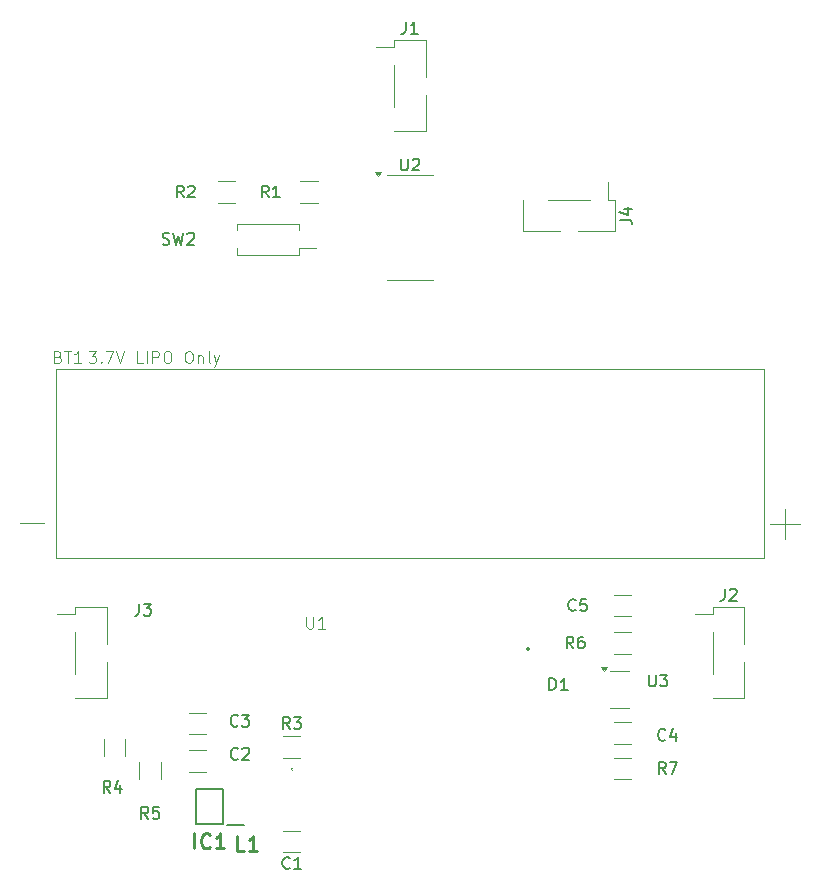
<source format=gbr>
%TF.GenerationSoftware,KiCad,Pcbnew,7.0.11*%
%TF.CreationDate,2024-08-27T07:46:35-07:00*%
%TF.ProjectId,nightLight,6e696768-744c-4696-9768-742e6b696361,rev?*%
%TF.SameCoordinates,Original*%
%TF.FileFunction,Legend,Top*%
%TF.FilePolarity,Positive*%
%FSLAX46Y46*%
G04 Gerber Fmt 4.6, Leading zero omitted, Abs format (unit mm)*
G04 Created by KiCad (PCBNEW 7.0.11) date 2024-08-27 07:46:35*
%MOMM*%
%LPD*%
G01*
G04 APERTURE LIST*
%ADD10C,0.100000*%
%ADD11C,0.150000*%
%ADD12C,0.254000*%
%ADD13C,0.120000*%
%ADD14C,0.200000*%
G04 APERTURE END LIST*
D10*
X122808646Y-90472419D02*
X123427693Y-90472419D01*
X123427693Y-90472419D02*
X123094360Y-90853371D01*
X123094360Y-90853371D02*
X123237217Y-90853371D01*
X123237217Y-90853371D02*
X123332455Y-90900990D01*
X123332455Y-90900990D02*
X123380074Y-90948609D01*
X123380074Y-90948609D02*
X123427693Y-91043847D01*
X123427693Y-91043847D02*
X123427693Y-91281942D01*
X123427693Y-91281942D02*
X123380074Y-91377180D01*
X123380074Y-91377180D02*
X123332455Y-91424800D01*
X123332455Y-91424800D02*
X123237217Y-91472419D01*
X123237217Y-91472419D02*
X122951503Y-91472419D01*
X122951503Y-91472419D02*
X122856265Y-91424800D01*
X122856265Y-91424800D02*
X122808646Y-91377180D01*
X123856265Y-91377180D02*
X123903884Y-91424800D01*
X123903884Y-91424800D02*
X123856265Y-91472419D01*
X123856265Y-91472419D02*
X123808646Y-91424800D01*
X123808646Y-91424800D02*
X123856265Y-91377180D01*
X123856265Y-91377180D02*
X123856265Y-91472419D01*
X124237217Y-90472419D02*
X124903883Y-90472419D01*
X124903883Y-90472419D02*
X124475312Y-91472419D01*
X125141979Y-90472419D02*
X125475312Y-91472419D01*
X125475312Y-91472419D02*
X125808645Y-90472419D01*
X127380074Y-91472419D02*
X126903884Y-91472419D01*
X126903884Y-91472419D02*
X126903884Y-90472419D01*
X127713408Y-91472419D02*
X127713408Y-90472419D01*
X128189598Y-91472419D02*
X128189598Y-90472419D01*
X128189598Y-90472419D02*
X128570550Y-90472419D01*
X128570550Y-90472419D02*
X128665788Y-90520038D01*
X128665788Y-90520038D02*
X128713407Y-90567657D01*
X128713407Y-90567657D02*
X128761026Y-90662895D01*
X128761026Y-90662895D02*
X128761026Y-90805752D01*
X128761026Y-90805752D02*
X128713407Y-90900990D01*
X128713407Y-90900990D02*
X128665788Y-90948609D01*
X128665788Y-90948609D02*
X128570550Y-90996228D01*
X128570550Y-90996228D02*
X128189598Y-90996228D01*
X129380074Y-90472419D02*
X129570550Y-90472419D01*
X129570550Y-90472419D02*
X129665788Y-90520038D01*
X129665788Y-90520038D02*
X129761026Y-90615276D01*
X129761026Y-90615276D02*
X129808645Y-90805752D01*
X129808645Y-90805752D02*
X129808645Y-91139085D01*
X129808645Y-91139085D02*
X129761026Y-91329561D01*
X129761026Y-91329561D02*
X129665788Y-91424800D01*
X129665788Y-91424800D02*
X129570550Y-91472419D01*
X129570550Y-91472419D02*
X129380074Y-91472419D01*
X129380074Y-91472419D02*
X129284836Y-91424800D01*
X129284836Y-91424800D02*
X129189598Y-91329561D01*
X129189598Y-91329561D02*
X129141979Y-91139085D01*
X129141979Y-91139085D02*
X129141979Y-90805752D01*
X129141979Y-90805752D02*
X129189598Y-90615276D01*
X129189598Y-90615276D02*
X129284836Y-90520038D01*
X129284836Y-90520038D02*
X129380074Y-90472419D01*
X131189598Y-90472419D02*
X131380074Y-90472419D01*
X131380074Y-90472419D02*
X131475312Y-90520038D01*
X131475312Y-90520038D02*
X131570550Y-90615276D01*
X131570550Y-90615276D02*
X131618169Y-90805752D01*
X131618169Y-90805752D02*
X131618169Y-91139085D01*
X131618169Y-91139085D02*
X131570550Y-91329561D01*
X131570550Y-91329561D02*
X131475312Y-91424800D01*
X131475312Y-91424800D02*
X131380074Y-91472419D01*
X131380074Y-91472419D02*
X131189598Y-91472419D01*
X131189598Y-91472419D02*
X131094360Y-91424800D01*
X131094360Y-91424800D02*
X130999122Y-91329561D01*
X130999122Y-91329561D02*
X130951503Y-91139085D01*
X130951503Y-91139085D02*
X130951503Y-90805752D01*
X130951503Y-90805752D02*
X130999122Y-90615276D01*
X130999122Y-90615276D02*
X131094360Y-90520038D01*
X131094360Y-90520038D02*
X131189598Y-90472419D01*
X132046741Y-90805752D02*
X132046741Y-91472419D01*
X132046741Y-90900990D02*
X132094360Y-90853371D01*
X132094360Y-90853371D02*
X132189598Y-90805752D01*
X132189598Y-90805752D02*
X132332455Y-90805752D01*
X132332455Y-90805752D02*
X132427693Y-90853371D01*
X132427693Y-90853371D02*
X132475312Y-90948609D01*
X132475312Y-90948609D02*
X132475312Y-91472419D01*
X133094360Y-91472419D02*
X132999122Y-91424800D01*
X132999122Y-91424800D02*
X132951503Y-91329561D01*
X132951503Y-91329561D02*
X132951503Y-90472419D01*
X133380075Y-90805752D02*
X133618170Y-91472419D01*
X133856265Y-90805752D02*
X133618170Y-91472419D01*
X133618170Y-91472419D02*
X133522932Y-91710514D01*
X133522932Y-91710514D02*
X133475313Y-91758133D01*
X133475313Y-91758133D02*
X133380075Y-91805752D01*
D11*
X130833333Y-77454819D02*
X130500000Y-76978628D01*
X130261905Y-77454819D02*
X130261905Y-76454819D01*
X130261905Y-76454819D02*
X130642857Y-76454819D01*
X130642857Y-76454819D02*
X130738095Y-76502438D01*
X130738095Y-76502438D02*
X130785714Y-76550057D01*
X130785714Y-76550057D02*
X130833333Y-76645295D01*
X130833333Y-76645295D02*
X130833333Y-76788152D01*
X130833333Y-76788152D02*
X130785714Y-76883390D01*
X130785714Y-76883390D02*
X130738095Y-76931009D01*
X130738095Y-76931009D02*
X130642857Y-76978628D01*
X130642857Y-76978628D02*
X130261905Y-76978628D01*
X131214286Y-76550057D02*
X131261905Y-76502438D01*
X131261905Y-76502438D02*
X131357143Y-76454819D01*
X131357143Y-76454819D02*
X131595238Y-76454819D01*
X131595238Y-76454819D02*
X131690476Y-76502438D01*
X131690476Y-76502438D02*
X131738095Y-76550057D01*
X131738095Y-76550057D02*
X131785714Y-76645295D01*
X131785714Y-76645295D02*
X131785714Y-76740533D01*
X131785714Y-76740533D02*
X131738095Y-76883390D01*
X131738095Y-76883390D02*
X131166667Y-77454819D01*
X131166667Y-77454819D02*
X131785714Y-77454819D01*
X124633333Y-127854819D02*
X124300000Y-127378628D01*
X124061905Y-127854819D02*
X124061905Y-126854819D01*
X124061905Y-126854819D02*
X124442857Y-126854819D01*
X124442857Y-126854819D02*
X124538095Y-126902438D01*
X124538095Y-126902438D02*
X124585714Y-126950057D01*
X124585714Y-126950057D02*
X124633333Y-127045295D01*
X124633333Y-127045295D02*
X124633333Y-127188152D01*
X124633333Y-127188152D02*
X124585714Y-127283390D01*
X124585714Y-127283390D02*
X124538095Y-127331009D01*
X124538095Y-127331009D02*
X124442857Y-127378628D01*
X124442857Y-127378628D02*
X124061905Y-127378628D01*
X125490476Y-127188152D02*
X125490476Y-127854819D01*
X125252381Y-126807200D02*
X125014286Y-127521485D01*
X125014286Y-127521485D02*
X125633333Y-127521485D01*
X139833333Y-134209580D02*
X139785714Y-134257200D01*
X139785714Y-134257200D02*
X139642857Y-134304819D01*
X139642857Y-134304819D02*
X139547619Y-134304819D01*
X139547619Y-134304819D02*
X139404762Y-134257200D01*
X139404762Y-134257200D02*
X139309524Y-134161961D01*
X139309524Y-134161961D02*
X139261905Y-134066723D01*
X139261905Y-134066723D02*
X139214286Y-133876247D01*
X139214286Y-133876247D02*
X139214286Y-133733390D01*
X139214286Y-133733390D02*
X139261905Y-133542914D01*
X139261905Y-133542914D02*
X139309524Y-133447676D01*
X139309524Y-133447676D02*
X139404762Y-133352438D01*
X139404762Y-133352438D02*
X139547619Y-133304819D01*
X139547619Y-133304819D02*
X139642857Y-133304819D01*
X139642857Y-133304819D02*
X139785714Y-133352438D01*
X139785714Y-133352438D02*
X139833333Y-133400057D01*
X140785714Y-134304819D02*
X140214286Y-134304819D01*
X140500000Y-134304819D02*
X140500000Y-133304819D01*
X140500000Y-133304819D02*
X140404762Y-133447676D01*
X140404762Y-133447676D02*
X140309524Y-133542914D01*
X140309524Y-133542914D02*
X140214286Y-133590533D01*
D12*
X135988333Y-132774318D02*
X135383571Y-132774318D01*
X135383571Y-132774318D02*
X135383571Y-131504318D01*
X137076905Y-132774318D02*
X136351190Y-132774318D01*
X136714047Y-132774318D02*
X136714047Y-131504318D01*
X136714047Y-131504318D02*
X136593095Y-131685746D01*
X136593095Y-131685746D02*
X136472143Y-131806699D01*
X136472143Y-131806699D02*
X136351190Y-131867175D01*
D10*
X141238095Y-112957419D02*
X141238095Y-113766942D01*
X141238095Y-113766942D02*
X141285714Y-113862180D01*
X141285714Y-113862180D02*
X141333333Y-113909800D01*
X141333333Y-113909800D02*
X141428571Y-113957419D01*
X141428571Y-113957419D02*
X141619047Y-113957419D01*
X141619047Y-113957419D02*
X141714285Y-113909800D01*
X141714285Y-113909800D02*
X141761904Y-113862180D01*
X141761904Y-113862180D02*
X141809523Y-113766942D01*
X141809523Y-113766942D02*
X141809523Y-112957419D01*
X142809523Y-113957419D02*
X142238095Y-113957419D01*
X142523809Y-113957419D02*
X142523809Y-112957419D01*
X142523809Y-112957419D02*
X142428571Y-113100276D01*
X142428571Y-113100276D02*
X142333333Y-113195514D01*
X142333333Y-113195514D02*
X142238095Y-113243133D01*
D11*
X138033333Y-77454819D02*
X137700000Y-76978628D01*
X137461905Y-77454819D02*
X137461905Y-76454819D01*
X137461905Y-76454819D02*
X137842857Y-76454819D01*
X137842857Y-76454819D02*
X137938095Y-76502438D01*
X137938095Y-76502438D02*
X137985714Y-76550057D01*
X137985714Y-76550057D02*
X138033333Y-76645295D01*
X138033333Y-76645295D02*
X138033333Y-76788152D01*
X138033333Y-76788152D02*
X137985714Y-76883390D01*
X137985714Y-76883390D02*
X137938095Y-76931009D01*
X137938095Y-76931009D02*
X137842857Y-76978628D01*
X137842857Y-76978628D02*
X137461905Y-76978628D01*
X138985714Y-77454819D02*
X138414286Y-77454819D01*
X138700000Y-77454819D02*
X138700000Y-76454819D01*
X138700000Y-76454819D02*
X138604762Y-76597676D01*
X138604762Y-76597676D02*
X138509524Y-76692914D01*
X138509524Y-76692914D02*
X138414286Y-76740533D01*
X161819905Y-119156073D02*
X161819905Y-118153364D01*
X161819905Y-118153364D02*
X162058645Y-118153364D01*
X162058645Y-118153364D02*
X162201889Y-118201112D01*
X162201889Y-118201112D02*
X162297385Y-118296608D01*
X162297385Y-118296608D02*
X162345133Y-118392104D01*
X162345133Y-118392104D02*
X162392881Y-118583096D01*
X162392881Y-118583096D02*
X162392881Y-118726340D01*
X162392881Y-118726340D02*
X162345133Y-118917332D01*
X162345133Y-118917332D02*
X162297385Y-119012828D01*
X162297385Y-119012828D02*
X162201889Y-119108325D01*
X162201889Y-119108325D02*
X162058645Y-119156073D01*
X162058645Y-119156073D02*
X161819905Y-119156073D01*
X163347842Y-119156073D02*
X162774866Y-119156073D01*
X163061354Y-119156073D02*
X163061354Y-118153364D01*
X163061354Y-118153364D02*
X162965858Y-118296608D01*
X162965858Y-118296608D02*
X162870362Y-118392104D01*
X162870362Y-118392104D02*
X162774866Y-118439852D01*
X171633333Y-123359580D02*
X171585714Y-123407200D01*
X171585714Y-123407200D02*
X171442857Y-123454819D01*
X171442857Y-123454819D02*
X171347619Y-123454819D01*
X171347619Y-123454819D02*
X171204762Y-123407200D01*
X171204762Y-123407200D02*
X171109524Y-123311961D01*
X171109524Y-123311961D02*
X171061905Y-123216723D01*
X171061905Y-123216723D02*
X171014286Y-123026247D01*
X171014286Y-123026247D02*
X171014286Y-122883390D01*
X171014286Y-122883390D02*
X171061905Y-122692914D01*
X171061905Y-122692914D02*
X171109524Y-122597676D01*
X171109524Y-122597676D02*
X171204762Y-122502438D01*
X171204762Y-122502438D02*
X171347619Y-122454819D01*
X171347619Y-122454819D02*
X171442857Y-122454819D01*
X171442857Y-122454819D02*
X171585714Y-122502438D01*
X171585714Y-122502438D02*
X171633333Y-122550057D01*
X172490476Y-122788152D02*
X172490476Y-123454819D01*
X172252381Y-122407200D02*
X172014286Y-123121485D01*
X172014286Y-123121485D02*
X172633333Y-123121485D01*
D12*
X131760237Y-132574318D02*
X131760237Y-131304318D01*
X133090714Y-132453365D02*
X133030238Y-132513842D01*
X133030238Y-132513842D02*
X132848809Y-132574318D01*
X132848809Y-132574318D02*
X132727857Y-132574318D01*
X132727857Y-132574318D02*
X132546428Y-132513842D01*
X132546428Y-132513842D02*
X132425476Y-132392889D01*
X132425476Y-132392889D02*
X132364999Y-132271937D01*
X132364999Y-132271937D02*
X132304523Y-132030032D01*
X132304523Y-132030032D02*
X132304523Y-131848603D01*
X132304523Y-131848603D02*
X132364999Y-131606699D01*
X132364999Y-131606699D02*
X132425476Y-131485746D01*
X132425476Y-131485746D02*
X132546428Y-131364794D01*
X132546428Y-131364794D02*
X132727857Y-131304318D01*
X132727857Y-131304318D02*
X132848809Y-131304318D01*
X132848809Y-131304318D02*
X133030238Y-131364794D01*
X133030238Y-131364794D02*
X133090714Y-131425270D01*
X134300238Y-132574318D02*
X133574523Y-132574318D01*
X133937380Y-132574318D02*
X133937380Y-131304318D01*
X133937380Y-131304318D02*
X133816428Y-131485746D01*
X133816428Y-131485746D02*
X133695476Y-131606699D01*
X133695476Y-131606699D02*
X133574523Y-131667175D01*
D11*
X149238095Y-74174819D02*
X149238095Y-74984342D01*
X149238095Y-74984342D02*
X149285714Y-75079580D01*
X149285714Y-75079580D02*
X149333333Y-75127200D01*
X149333333Y-75127200D02*
X149428571Y-75174819D01*
X149428571Y-75174819D02*
X149619047Y-75174819D01*
X149619047Y-75174819D02*
X149714285Y-75127200D01*
X149714285Y-75127200D02*
X149761904Y-75079580D01*
X149761904Y-75079580D02*
X149809523Y-74984342D01*
X149809523Y-74984342D02*
X149809523Y-74174819D01*
X150238095Y-74270057D02*
X150285714Y-74222438D01*
X150285714Y-74222438D02*
X150380952Y-74174819D01*
X150380952Y-74174819D02*
X150619047Y-74174819D01*
X150619047Y-74174819D02*
X150714285Y-74222438D01*
X150714285Y-74222438D02*
X150761904Y-74270057D01*
X150761904Y-74270057D02*
X150809523Y-74365295D01*
X150809523Y-74365295D02*
X150809523Y-74460533D01*
X150809523Y-74460533D02*
X150761904Y-74603390D01*
X150761904Y-74603390D02*
X150190476Y-75174819D01*
X150190476Y-75174819D02*
X150809523Y-75174819D01*
X163833333Y-115636069D02*
X163500000Y-115159878D01*
X163261905Y-115636069D02*
X163261905Y-114636069D01*
X163261905Y-114636069D02*
X163642857Y-114636069D01*
X163642857Y-114636069D02*
X163738095Y-114683688D01*
X163738095Y-114683688D02*
X163785714Y-114731307D01*
X163785714Y-114731307D02*
X163833333Y-114826545D01*
X163833333Y-114826545D02*
X163833333Y-114969402D01*
X163833333Y-114969402D02*
X163785714Y-115064640D01*
X163785714Y-115064640D02*
X163738095Y-115112259D01*
X163738095Y-115112259D02*
X163642857Y-115159878D01*
X163642857Y-115159878D02*
X163261905Y-115159878D01*
X164690476Y-114636069D02*
X164500000Y-114636069D01*
X164500000Y-114636069D02*
X164404762Y-114683688D01*
X164404762Y-114683688D02*
X164357143Y-114731307D01*
X164357143Y-114731307D02*
X164261905Y-114874164D01*
X164261905Y-114874164D02*
X164214286Y-115064640D01*
X164214286Y-115064640D02*
X164214286Y-115445592D01*
X164214286Y-115445592D02*
X164261905Y-115540830D01*
X164261905Y-115540830D02*
X164309524Y-115588450D01*
X164309524Y-115588450D02*
X164404762Y-115636069D01*
X164404762Y-115636069D02*
X164595238Y-115636069D01*
X164595238Y-115636069D02*
X164690476Y-115588450D01*
X164690476Y-115588450D02*
X164738095Y-115540830D01*
X164738095Y-115540830D02*
X164785714Y-115445592D01*
X164785714Y-115445592D02*
X164785714Y-115207497D01*
X164785714Y-115207497D02*
X164738095Y-115112259D01*
X164738095Y-115112259D02*
X164690476Y-115064640D01*
X164690476Y-115064640D02*
X164595238Y-115017021D01*
X164595238Y-115017021D02*
X164404762Y-115017021D01*
X164404762Y-115017021D02*
X164309524Y-115064640D01*
X164309524Y-115064640D02*
X164261905Y-115112259D01*
X164261905Y-115112259D02*
X164214286Y-115207497D01*
X167784819Y-79333333D02*
X168499104Y-79333333D01*
X168499104Y-79333333D02*
X168641961Y-79380952D01*
X168641961Y-79380952D02*
X168737200Y-79476190D01*
X168737200Y-79476190D02*
X168784819Y-79619047D01*
X168784819Y-79619047D02*
X168784819Y-79714285D01*
X168118152Y-78428571D02*
X168784819Y-78428571D01*
X167737200Y-78666666D02*
X168451485Y-78904761D01*
X168451485Y-78904761D02*
X168451485Y-78285714D01*
X127833333Y-130054819D02*
X127500000Y-129578628D01*
X127261905Y-130054819D02*
X127261905Y-129054819D01*
X127261905Y-129054819D02*
X127642857Y-129054819D01*
X127642857Y-129054819D02*
X127738095Y-129102438D01*
X127738095Y-129102438D02*
X127785714Y-129150057D01*
X127785714Y-129150057D02*
X127833333Y-129245295D01*
X127833333Y-129245295D02*
X127833333Y-129388152D01*
X127833333Y-129388152D02*
X127785714Y-129483390D01*
X127785714Y-129483390D02*
X127738095Y-129531009D01*
X127738095Y-129531009D02*
X127642857Y-129578628D01*
X127642857Y-129578628D02*
X127261905Y-129578628D01*
X128738095Y-129054819D02*
X128261905Y-129054819D01*
X128261905Y-129054819D02*
X128214286Y-129531009D01*
X128214286Y-129531009D02*
X128261905Y-129483390D01*
X128261905Y-129483390D02*
X128357143Y-129435771D01*
X128357143Y-129435771D02*
X128595238Y-129435771D01*
X128595238Y-129435771D02*
X128690476Y-129483390D01*
X128690476Y-129483390D02*
X128738095Y-129531009D01*
X128738095Y-129531009D02*
X128785714Y-129626247D01*
X128785714Y-129626247D02*
X128785714Y-129864342D01*
X128785714Y-129864342D02*
X128738095Y-129959580D01*
X128738095Y-129959580D02*
X128690476Y-130007200D01*
X128690476Y-130007200D02*
X128595238Y-130054819D01*
X128595238Y-130054819D02*
X128357143Y-130054819D01*
X128357143Y-130054819D02*
X128261905Y-130007200D01*
X128261905Y-130007200D02*
X128214286Y-129959580D01*
X176666666Y-110584819D02*
X176666666Y-111299104D01*
X176666666Y-111299104D02*
X176619047Y-111441961D01*
X176619047Y-111441961D02*
X176523809Y-111537200D01*
X176523809Y-111537200D02*
X176380952Y-111584819D01*
X176380952Y-111584819D02*
X176285714Y-111584819D01*
X177095238Y-110680057D02*
X177142857Y-110632438D01*
X177142857Y-110632438D02*
X177238095Y-110584819D01*
X177238095Y-110584819D02*
X177476190Y-110584819D01*
X177476190Y-110584819D02*
X177571428Y-110632438D01*
X177571428Y-110632438D02*
X177619047Y-110680057D01*
X177619047Y-110680057D02*
X177666666Y-110775295D01*
X177666666Y-110775295D02*
X177666666Y-110870533D01*
X177666666Y-110870533D02*
X177619047Y-111013390D01*
X177619047Y-111013390D02*
X177047619Y-111584819D01*
X177047619Y-111584819D02*
X177666666Y-111584819D01*
X171653333Y-126254819D02*
X171320000Y-125778628D01*
X171081905Y-126254819D02*
X171081905Y-125254819D01*
X171081905Y-125254819D02*
X171462857Y-125254819D01*
X171462857Y-125254819D02*
X171558095Y-125302438D01*
X171558095Y-125302438D02*
X171605714Y-125350057D01*
X171605714Y-125350057D02*
X171653333Y-125445295D01*
X171653333Y-125445295D02*
X171653333Y-125588152D01*
X171653333Y-125588152D02*
X171605714Y-125683390D01*
X171605714Y-125683390D02*
X171558095Y-125731009D01*
X171558095Y-125731009D02*
X171462857Y-125778628D01*
X171462857Y-125778628D02*
X171081905Y-125778628D01*
X171986667Y-125254819D02*
X172653333Y-125254819D01*
X172653333Y-125254819D02*
X172224762Y-126254819D01*
X127066666Y-111854819D02*
X127066666Y-112569104D01*
X127066666Y-112569104D02*
X127019047Y-112711961D01*
X127019047Y-112711961D02*
X126923809Y-112807200D01*
X126923809Y-112807200D02*
X126780952Y-112854819D01*
X126780952Y-112854819D02*
X126685714Y-112854819D01*
X127447619Y-111854819D02*
X128066666Y-111854819D01*
X128066666Y-111854819D02*
X127733333Y-112235771D01*
X127733333Y-112235771D02*
X127876190Y-112235771D01*
X127876190Y-112235771D02*
X127971428Y-112283390D01*
X127971428Y-112283390D02*
X128019047Y-112331009D01*
X128019047Y-112331009D02*
X128066666Y-112426247D01*
X128066666Y-112426247D02*
X128066666Y-112664342D01*
X128066666Y-112664342D02*
X128019047Y-112759580D01*
X128019047Y-112759580D02*
X127971428Y-112807200D01*
X127971428Y-112807200D02*
X127876190Y-112854819D01*
X127876190Y-112854819D02*
X127590476Y-112854819D01*
X127590476Y-112854819D02*
X127495238Y-112807200D01*
X127495238Y-112807200D02*
X127447619Y-112759580D01*
X170238095Y-117854819D02*
X170238095Y-118664342D01*
X170238095Y-118664342D02*
X170285714Y-118759580D01*
X170285714Y-118759580D02*
X170333333Y-118807200D01*
X170333333Y-118807200D02*
X170428571Y-118854819D01*
X170428571Y-118854819D02*
X170619047Y-118854819D01*
X170619047Y-118854819D02*
X170714285Y-118807200D01*
X170714285Y-118807200D02*
X170761904Y-118759580D01*
X170761904Y-118759580D02*
X170809523Y-118664342D01*
X170809523Y-118664342D02*
X170809523Y-117854819D01*
X171190476Y-117854819D02*
X171809523Y-117854819D01*
X171809523Y-117854819D02*
X171476190Y-118235771D01*
X171476190Y-118235771D02*
X171619047Y-118235771D01*
X171619047Y-118235771D02*
X171714285Y-118283390D01*
X171714285Y-118283390D02*
X171761904Y-118331009D01*
X171761904Y-118331009D02*
X171809523Y-118426247D01*
X171809523Y-118426247D02*
X171809523Y-118664342D01*
X171809523Y-118664342D02*
X171761904Y-118759580D01*
X171761904Y-118759580D02*
X171714285Y-118807200D01*
X171714285Y-118807200D02*
X171619047Y-118854819D01*
X171619047Y-118854819D02*
X171333333Y-118854819D01*
X171333333Y-118854819D02*
X171238095Y-118807200D01*
X171238095Y-118807200D02*
X171190476Y-118759580D01*
X135433333Y-122159580D02*
X135385714Y-122207200D01*
X135385714Y-122207200D02*
X135242857Y-122254819D01*
X135242857Y-122254819D02*
X135147619Y-122254819D01*
X135147619Y-122254819D02*
X135004762Y-122207200D01*
X135004762Y-122207200D02*
X134909524Y-122111961D01*
X134909524Y-122111961D02*
X134861905Y-122016723D01*
X134861905Y-122016723D02*
X134814286Y-121826247D01*
X134814286Y-121826247D02*
X134814286Y-121683390D01*
X134814286Y-121683390D02*
X134861905Y-121492914D01*
X134861905Y-121492914D02*
X134909524Y-121397676D01*
X134909524Y-121397676D02*
X135004762Y-121302438D01*
X135004762Y-121302438D02*
X135147619Y-121254819D01*
X135147619Y-121254819D02*
X135242857Y-121254819D01*
X135242857Y-121254819D02*
X135385714Y-121302438D01*
X135385714Y-121302438D02*
X135433333Y-121350057D01*
X135766667Y-121254819D02*
X136385714Y-121254819D01*
X136385714Y-121254819D02*
X136052381Y-121635771D01*
X136052381Y-121635771D02*
X136195238Y-121635771D01*
X136195238Y-121635771D02*
X136290476Y-121683390D01*
X136290476Y-121683390D02*
X136338095Y-121731009D01*
X136338095Y-121731009D02*
X136385714Y-121826247D01*
X136385714Y-121826247D02*
X136385714Y-122064342D01*
X136385714Y-122064342D02*
X136338095Y-122159580D01*
X136338095Y-122159580D02*
X136290476Y-122207200D01*
X136290476Y-122207200D02*
X136195238Y-122254819D01*
X136195238Y-122254819D02*
X135909524Y-122254819D01*
X135909524Y-122254819D02*
X135814286Y-122207200D01*
X135814286Y-122207200D02*
X135766667Y-122159580D01*
X164033333Y-112359580D02*
X163985714Y-112407200D01*
X163985714Y-112407200D02*
X163842857Y-112454819D01*
X163842857Y-112454819D02*
X163747619Y-112454819D01*
X163747619Y-112454819D02*
X163604762Y-112407200D01*
X163604762Y-112407200D02*
X163509524Y-112311961D01*
X163509524Y-112311961D02*
X163461905Y-112216723D01*
X163461905Y-112216723D02*
X163414286Y-112026247D01*
X163414286Y-112026247D02*
X163414286Y-111883390D01*
X163414286Y-111883390D02*
X163461905Y-111692914D01*
X163461905Y-111692914D02*
X163509524Y-111597676D01*
X163509524Y-111597676D02*
X163604762Y-111502438D01*
X163604762Y-111502438D02*
X163747619Y-111454819D01*
X163747619Y-111454819D02*
X163842857Y-111454819D01*
X163842857Y-111454819D02*
X163985714Y-111502438D01*
X163985714Y-111502438D02*
X164033333Y-111550057D01*
X164938095Y-111454819D02*
X164461905Y-111454819D01*
X164461905Y-111454819D02*
X164414286Y-111931009D01*
X164414286Y-111931009D02*
X164461905Y-111883390D01*
X164461905Y-111883390D02*
X164557143Y-111835771D01*
X164557143Y-111835771D02*
X164795238Y-111835771D01*
X164795238Y-111835771D02*
X164890476Y-111883390D01*
X164890476Y-111883390D02*
X164938095Y-111931009D01*
X164938095Y-111931009D02*
X164985714Y-112026247D01*
X164985714Y-112026247D02*
X164985714Y-112264342D01*
X164985714Y-112264342D02*
X164938095Y-112359580D01*
X164938095Y-112359580D02*
X164890476Y-112407200D01*
X164890476Y-112407200D02*
X164795238Y-112454819D01*
X164795238Y-112454819D02*
X164557143Y-112454819D01*
X164557143Y-112454819D02*
X164461905Y-112407200D01*
X164461905Y-112407200D02*
X164414286Y-112359580D01*
D10*
X120214285Y-90933609D02*
X120357142Y-90981228D01*
X120357142Y-90981228D02*
X120404761Y-91028847D01*
X120404761Y-91028847D02*
X120452380Y-91124085D01*
X120452380Y-91124085D02*
X120452380Y-91266942D01*
X120452380Y-91266942D02*
X120404761Y-91362180D01*
X120404761Y-91362180D02*
X120357142Y-91409800D01*
X120357142Y-91409800D02*
X120261904Y-91457419D01*
X120261904Y-91457419D02*
X119880952Y-91457419D01*
X119880952Y-91457419D02*
X119880952Y-90457419D01*
X119880952Y-90457419D02*
X120214285Y-90457419D01*
X120214285Y-90457419D02*
X120309523Y-90505038D01*
X120309523Y-90505038D02*
X120357142Y-90552657D01*
X120357142Y-90552657D02*
X120404761Y-90647895D01*
X120404761Y-90647895D02*
X120404761Y-90743133D01*
X120404761Y-90743133D02*
X120357142Y-90838371D01*
X120357142Y-90838371D02*
X120309523Y-90885990D01*
X120309523Y-90885990D02*
X120214285Y-90933609D01*
X120214285Y-90933609D02*
X119880952Y-90933609D01*
X120738095Y-90457419D02*
X121309523Y-90457419D01*
X121023809Y-91457419D02*
X121023809Y-90457419D01*
X122166666Y-91457419D02*
X121595238Y-91457419D01*
X121880952Y-91457419D02*
X121880952Y-90457419D01*
X121880952Y-90457419D02*
X121785714Y-90600276D01*
X121785714Y-90600276D02*
X121690476Y-90695514D01*
X121690476Y-90695514D02*
X121595238Y-90743133D01*
D11*
X129066667Y-81407200D02*
X129209524Y-81454819D01*
X129209524Y-81454819D02*
X129447619Y-81454819D01*
X129447619Y-81454819D02*
X129542857Y-81407200D01*
X129542857Y-81407200D02*
X129590476Y-81359580D01*
X129590476Y-81359580D02*
X129638095Y-81264342D01*
X129638095Y-81264342D02*
X129638095Y-81169104D01*
X129638095Y-81169104D02*
X129590476Y-81073866D01*
X129590476Y-81073866D02*
X129542857Y-81026247D01*
X129542857Y-81026247D02*
X129447619Y-80978628D01*
X129447619Y-80978628D02*
X129257143Y-80931009D01*
X129257143Y-80931009D02*
X129161905Y-80883390D01*
X129161905Y-80883390D02*
X129114286Y-80835771D01*
X129114286Y-80835771D02*
X129066667Y-80740533D01*
X129066667Y-80740533D02*
X129066667Y-80645295D01*
X129066667Y-80645295D02*
X129114286Y-80550057D01*
X129114286Y-80550057D02*
X129161905Y-80502438D01*
X129161905Y-80502438D02*
X129257143Y-80454819D01*
X129257143Y-80454819D02*
X129495238Y-80454819D01*
X129495238Y-80454819D02*
X129638095Y-80502438D01*
X129971429Y-80454819D02*
X130209524Y-81454819D01*
X130209524Y-81454819D02*
X130400000Y-80740533D01*
X130400000Y-80740533D02*
X130590476Y-81454819D01*
X130590476Y-81454819D02*
X130828572Y-80454819D01*
X131161905Y-80550057D02*
X131209524Y-80502438D01*
X131209524Y-80502438D02*
X131304762Y-80454819D01*
X131304762Y-80454819D02*
X131542857Y-80454819D01*
X131542857Y-80454819D02*
X131638095Y-80502438D01*
X131638095Y-80502438D02*
X131685714Y-80550057D01*
X131685714Y-80550057D02*
X131733333Y-80645295D01*
X131733333Y-80645295D02*
X131733333Y-80740533D01*
X131733333Y-80740533D02*
X131685714Y-80883390D01*
X131685714Y-80883390D02*
X131114286Y-81454819D01*
X131114286Y-81454819D02*
X131733333Y-81454819D01*
X135433333Y-124959580D02*
X135385714Y-125007200D01*
X135385714Y-125007200D02*
X135242857Y-125054819D01*
X135242857Y-125054819D02*
X135147619Y-125054819D01*
X135147619Y-125054819D02*
X135004762Y-125007200D01*
X135004762Y-125007200D02*
X134909524Y-124911961D01*
X134909524Y-124911961D02*
X134861905Y-124816723D01*
X134861905Y-124816723D02*
X134814286Y-124626247D01*
X134814286Y-124626247D02*
X134814286Y-124483390D01*
X134814286Y-124483390D02*
X134861905Y-124292914D01*
X134861905Y-124292914D02*
X134909524Y-124197676D01*
X134909524Y-124197676D02*
X135004762Y-124102438D01*
X135004762Y-124102438D02*
X135147619Y-124054819D01*
X135147619Y-124054819D02*
X135242857Y-124054819D01*
X135242857Y-124054819D02*
X135385714Y-124102438D01*
X135385714Y-124102438D02*
X135433333Y-124150057D01*
X135814286Y-124150057D02*
X135861905Y-124102438D01*
X135861905Y-124102438D02*
X135957143Y-124054819D01*
X135957143Y-124054819D02*
X136195238Y-124054819D01*
X136195238Y-124054819D02*
X136290476Y-124102438D01*
X136290476Y-124102438D02*
X136338095Y-124150057D01*
X136338095Y-124150057D02*
X136385714Y-124245295D01*
X136385714Y-124245295D02*
X136385714Y-124340533D01*
X136385714Y-124340533D02*
X136338095Y-124483390D01*
X136338095Y-124483390D02*
X135766667Y-125054819D01*
X135766667Y-125054819D02*
X136385714Y-125054819D01*
X149666666Y-62584819D02*
X149666666Y-63299104D01*
X149666666Y-63299104D02*
X149619047Y-63441961D01*
X149619047Y-63441961D02*
X149523809Y-63537200D01*
X149523809Y-63537200D02*
X149380952Y-63584819D01*
X149380952Y-63584819D02*
X149285714Y-63584819D01*
X150666666Y-63584819D02*
X150095238Y-63584819D01*
X150380952Y-63584819D02*
X150380952Y-62584819D01*
X150380952Y-62584819D02*
X150285714Y-62727676D01*
X150285714Y-62727676D02*
X150190476Y-62822914D01*
X150190476Y-62822914D02*
X150095238Y-62870533D01*
X139833333Y-122454819D02*
X139500000Y-121978628D01*
X139261905Y-122454819D02*
X139261905Y-121454819D01*
X139261905Y-121454819D02*
X139642857Y-121454819D01*
X139642857Y-121454819D02*
X139738095Y-121502438D01*
X139738095Y-121502438D02*
X139785714Y-121550057D01*
X139785714Y-121550057D02*
X139833333Y-121645295D01*
X139833333Y-121645295D02*
X139833333Y-121788152D01*
X139833333Y-121788152D02*
X139785714Y-121883390D01*
X139785714Y-121883390D02*
X139738095Y-121931009D01*
X139738095Y-121931009D02*
X139642857Y-121978628D01*
X139642857Y-121978628D02*
X139261905Y-121978628D01*
X140166667Y-121454819D02*
X140785714Y-121454819D01*
X140785714Y-121454819D02*
X140452381Y-121835771D01*
X140452381Y-121835771D02*
X140595238Y-121835771D01*
X140595238Y-121835771D02*
X140690476Y-121883390D01*
X140690476Y-121883390D02*
X140738095Y-121931009D01*
X140738095Y-121931009D02*
X140785714Y-122026247D01*
X140785714Y-122026247D02*
X140785714Y-122264342D01*
X140785714Y-122264342D02*
X140738095Y-122359580D01*
X140738095Y-122359580D02*
X140690476Y-122407200D01*
X140690476Y-122407200D02*
X140595238Y-122454819D01*
X140595238Y-122454819D02*
X140309524Y-122454819D01*
X140309524Y-122454819D02*
X140214286Y-122407200D01*
X140214286Y-122407200D02*
X140166667Y-122359580D01*
D13*
%TO.C,R2*%
X133735436Y-76090000D02*
X135189564Y-76090000D01*
X133735436Y-77910000D02*
X135189564Y-77910000D01*
%TO.C,R4*%
X124090000Y-124727064D02*
X124090000Y-123272936D01*
X125910000Y-124727064D02*
X125910000Y-123272936D01*
%TO.C,C1*%
X140711252Y-132910000D02*
X139288748Y-132910000D01*
X140711252Y-131090000D02*
X139288748Y-131090000D01*
D10*
%TO.C,L1*%
X140000000Y-125800000D02*
X140000000Y-125800000D01*
X140000000Y-125900000D02*
X140000000Y-125900000D01*
X140000000Y-125900000D02*
G75*
G03*
X140000000Y-125800000I0J50000D01*
G01*
X140000000Y-125800000D02*
G75*
G03*
X140000000Y-125900000I0J-50000D01*
G01*
D13*
%TO.C,R1*%
X142189564Y-77910000D02*
X140735436Y-77910000D01*
X142189564Y-76090000D02*
X140735436Y-76090000D01*
D14*
%TO.C,D1*%
X160100000Y-115700000D02*
G75*
G03*
X159900000Y-115700000I-100000J0D01*
G01*
X159900000Y-115700000D02*
G75*
G03*
X160100000Y-115700000I100000J0D01*
G01*
D13*
%TO.C,C4*%
X167288748Y-121890000D02*
X168711252Y-121890000D01*
X167288748Y-123710000D02*
X168711252Y-123710000D01*
D14*
%TO.C,IC1*%
X135925000Y-130550000D02*
X134500000Y-130550000D01*
X134150000Y-130500000D02*
X131850000Y-130500000D01*
X134150000Y-127500000D02*
X134150000Y-130500000D01*
X131850000Y-130500000D02*
X131850000Y-127500000D01*
X131850000Y-127500000D02*
X134150000Y-127500000D01*
D13*
%TO.C,U2*%
X150000000Y-75565000D02*
X148050000Y-75565000D01*
X150000000Y-75565000D02*
X151950000Y-75565000D01*
X150000000Y-84435000D02*
X148050000Y-84435000D01*
X150000000Y-84435000D02*
X151950000Y-84435000D01*
X147300000Y-75630000D02*
X147060000Y-75300000D01*
X147540000Y-75300000D01*
X147300000Y-75630000D01*
G36*
X147300000Y-75630000D02*
G01*
X147060000Y-75300000D01*
X147540000Y-75300000D01*
X147300000Y-75630000D01*
G37*
%TO.C,R6*%
X168707064Y-116091250D02*
X167252936Y-116091250D01*
X168707064Y-114271250D02*
X167252936Y-114271250D01*
%TO.C,J4*%
X167330000Y-77670000D02*
X166760000Y-77670000D01*
X167330000Y-77670000D02*
X167330000Y-80330000D01*
X166760000Y-77670000D02*
X166760000Y-76150000D01*
X165240000Y-77670000D02*
X161680000Y-77670000D01*
X159590000Y-77670000D02*
X159590000Y-80330000D01*
X167330000Y-80330000D02*
X164220000Y-80330000D01*
X162700000Y-80330000D02*
X159590000Y-80330000D01*
X160160000Y-80330000D02*
X159590000Y-80330000D01*
%TO.C,R5*%
X127090000Y-126727064D02*
X127090000Y-125272936D01*
X128910000Y-126727064D02*
X128910000Y-125272936D01*
%TO.C,J2*%
X175670000Y-112130000D02*
X175670000Y-112700000D01*
X175670000Y-112130000D02*
X178330000Y-112130000D01*
X175670000Y-112700000D02*
X174150000Y-112700000D01*
X175670000Y-114220000D02*
X175670000Y-117780000D01*
X175670000Y-119870000D02*
X178330000Y-119870000D01*
X178330000Y-112130000D02*
X178330000Y-115240000D01*
X178330000Y-116760000D02*
X178330000Y-119870000D01*
X178330000Y-119300000D02*
X178330000Y-119870000D01*
%TO.C,R7*%
X168727064Y-126710000D02*
X167272936Y-126710000D01*
X168727064Y-124890000D02*
X167272936Y-124890000D01*
%TO.C,J3*%
X121670000Y-112130000D02*
X121670000Y-112700000D01*
X121670000Y-112130000D02*
X124330000Y-112130000D01*
X121670000Y-112700000D02*
X120150000Y-112700000D01*
X121670000Y-114220000D02*
X121670000Y-117780000D01*
X121670000Y-119870000D02*
X124330000Y-119870000D01*
X124330000Y-112130000D02*
X124330000Y-115240000D01*
X124330000Y-116760000D02*
X124330000Y-119870000D01*
X124330000Y-119300000D02*
X124330000Y-119870000D01*
%TO.C,U3*%
X167750000Y-117527500D02*
X166950000Y-117527500D01*
X167750000Y-117527500D02*
X168550000Y-117527500D01*
X167750000Y-120647500D02*
X166950000Y-120647500D01*
X167750000Y-120647500D02*
X168550000Y-120647500D01*
X166450000Y-117577500D02*
X166210000Y-117247500D01*
X166690000Y-117247500D01*
X166450000Y-117577500D01*
G36*
X166450000Y-117577500D02*
G01*
X166210000Y-117247500D01*
X166690000Y-117247500D01*
X166450000Y-117577500D01*
G37*
%TO.C,C3*%
X131288748Y-121090000D02*
X132711252Y-121090000D01*
X131288748Y-122910000D02*
X132711252Y-122910000D01*
%TO.C,C5*%
X168711252Y-112910000D02*
X167288748Y-112910000D01*
X168711252Y-111090000D02*
X167288748Y-111090000D01*
D10*
%TO.C,BT1*%
X119000000Y-105000000D02*
X117000000Y-105000000D01*
X180480000Y-105080000D02*
X183020000Y-105080000D01*
X181750000Y-103810000D02*
X181750000Y-106350000D01*
X120000000Y-108000000D02*
X180000000Y-108000000D01*
X180000000Y-108000000D02*
X180000000Y-92000000D01*
X180000000Y-92000000D02*
X120000000Y-92000000D01*
X120000000Y-92000000D02*
X120000000Y-108000000D01*
D13*
%TO.C,SW2*%
X142040000Y-81760000D02*
X140600000Y-81760000D01*
X140600000Y-82330000D02*
X140600000Y-81760000D01*
X140600000Y-82330000D02*
X135400000Y-82330000D01*
X140600000Y-80240000D02*
X140600000Y-79670000D01*
X140600000Y-79670000D02*
X135400000Y-79670000D01*
X135400000Y-82330000D02*
X135400000Y-81760000D01*
X135400000Y-80240000D02*
X135400000Y-79670000D01*
%TO.C,C2*%
X131288748Y-124265000D02*
X132711252Y-124265000D01*
X131288748Y-126085000D02*
X132711252Y-126085000D01*
%TO.C,J1*%
X148670000Y-64130000D02*
X148670000Y-64700000D01*
X148670000Y-64130000D02*
X151330000Y-64130000D01*
X148670000Y-64700000D02*
X147150000Y-64700000D01*
X148670000Y-66220000D02*
X148670000Y-69780000D01*
X148670000Y-71870000D02*
X151330000Y-71870000D01*
X151330000Y-64130000D02*
X151330000Y-67240000D01*
X151330000Y-68760000D02*
X151330000Y-71870000D01*
X151330000Y-71300000D02*
X151330000Y-71870000D01*
%TO.C,R3*%
X140727064Y-124910000D02*
X139272936Y-124910000D01*
X140727064Y-123090000D02*
X139272936Y-123090000D01*
%TD*%
M02*

</source>
